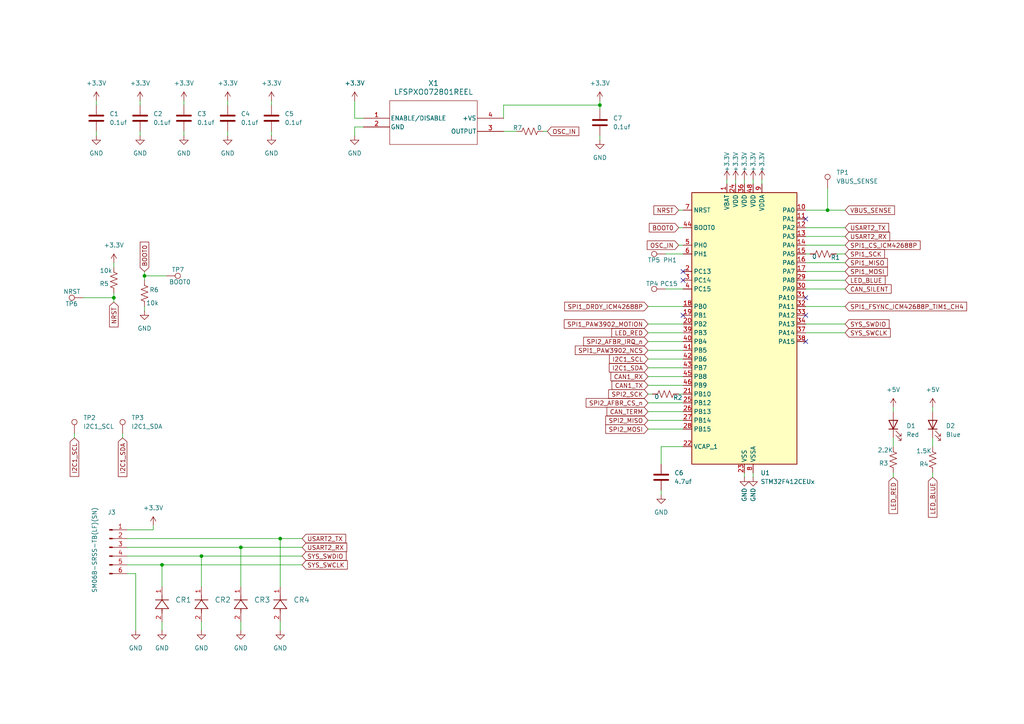
<source format=kicad_sch>
(kicad_sch (version 20250114) (generator "eeschema") (generator_version "9.0")
  (paper "A4")
  (lib_symbols
    (symbol "Connector:Conn_01x06_Pin" (pin_names (offset 1.016) (hide yes))
      (property "Reference" "J" (at 0 7.62 0))
      (property "Value" "Conn_01x06_Pin" (at 0 -10.16 0))
      (symbol "Conn_01x06_Pin_1_1"
        (rectangle (start 0.8636 5.207) (end 0 4.953) (stroke (width 0.1524)) (fill (type outline)))
        (rectangle (start 0.8636 2.667) (end 0 2.413) (stroke (width 0.1524)) (fill (type outline)))
        (rectangle (start 0.8636 0.127) (end 0 -0.127) (stroke (width 0.1524)) (fill (type outline)))
        (rectangle (start 0.8636 -2.413) (end 0 -2.667) (stroke (width 0.1524)) (fill (type outline)))
        (rectangle (start 0.8636 -4.953) (end 0 -5.207) (stroke (width 0.1524)) (fill (type outline)))
        (rectangle (start 0.8636 -7.493) (end 0 -7.747) (stroke (width 0.1524)) (fill (type outline)))
        (polyline (pts (xy 1.27 5.08) (xy 0.8636 5.08)) (stroke (width 0.1524)))
        (polyline (pts (xy 1.27 2.54) (xy 0.8636 2.54)) (stroke (width 0.1524)))
        (polyline (pts (xy 1.27 0) (xy 0.8636 0)) (stroke (width 0.1524)))
        (polyline (pts (xy 1.27 -2.54) (xy 0.8636 -2.54)) (stroke (width 0.1524)))
        (polyline (pts (xy 1.27 -5.08) (xy 0.8636 -5.08)) (stroke (width 0.1524)))
        (polyline (pts (xy 1.27 -7.62) (xy 0.8636 -7.62)) (stroke (width 0.1524)))
        (pin passive line (at 5.08 5.08 180) (length 3.81) (name "Pin_1") (number "1"))
        (pin passive line (at 5.08 2.54 180) (length 3.81) (name "Pin_2") (number "2"))
        (pin passive line (at 5.08 0 180) (length 3.81) (name "Pin_3") (number "3"))
        (pin passive line (at 5.08 -2.54 180) (length 3.81) (name "Pin_4") (number "4"))
        (pin passive line (at 5.08 -5.08 180) (length 3.81) (name "Pin_5") (number "5"))
        (pin passive line (at 5.08 -7.62 180) (length 3.81) (name "Pin_6") (number "6"))
      )
    )
    (symbol "Connector:TestPoint" (pin_numbers (hide yes)) (pin_names (offset 0.762) (hide yes))
      (property "Reference" "TP" (at 0 6.858 0))
      (property "Value" "TestPoint" (at 0 5.08 0))
      (symbol "TestPoint_0_1"
        (circle (center 0 3.302) (radius 0.762))
      )
      (symbol "TestPoint_1_1"
        (pin passive line (at 0 0 90) (length 2.54) (name "1") (number "1"))
      )
    )
    (symbol "Device:C" (pin_numbers (hide yes)) (pin_names (offset 0.254))
      (property "Reference" "C" (at 0.635 2.54 0))
      (property "Value" "C" (at 0.635 -2.54 0))
      (symbol "C_0_1"
        (polyline (pts (xy -2.032 0.762) (xy 2.032 0.762)) (stroke (width 0.508)))
        (polyline (pts (xy -2.032 -0.762) (xy 2.032 -0.762)) (stroke (width 0.508)))
      )
      (symbol "C_1_1"
        (pin passive line (at 0 3.81 270) (length 2.794) (name "~") (number "1"))
        (pin passive line (at 0 -3.81 90) (length 2.794) (name "~") (number "2"))
      )
    )
    (symbol "Device:LED" (pin_numbers (hide yes)) (pin_names (offset 1.016) (hide yes))
      (property "Reference" "D" (at 0 2.54 0))
      (property "Value" "LED" (at 0 -2.54 0))
      (symbol "LED_0_1"
        (polyline (pts (xy -3.048 -0.762) (xy -4.572 -2.286) (xy -3.81 -2.286) (xy -4.572 -2.286) (xy -4.572 -1.524)))
        (polyline (pts (xy -1.778 -0.762) (xy -3.302 -2.286) (xy -2.54 -2.286) (xy -3.302 -2.286) (xy -3.302 -1.524)))
        (polyline (pts (xy -1.27 0) (xy 1.27 0)))
        (polyline (pts (xy -1.27 -1.27) (xy -1.27 1.27)) (stroke (width 0.254)))
        (polyline (pts (xy 1.27 -1.27) (xy 1.27 1.27) (xy -1.27 0) (xy 1.27 -1.27)) (stroke (width 0.254)))
      )
      (symbol "LED_1_1"
        (pin passive line (at -3.81 0 0) (length 2.54) (name "K") (number "1"))
        (pin passive line (at 3.81 0 180) (length 2.54) (name "A") (number "2"))
      )
    )
    (symbol "Device:R_US" (pin_numbers (hide yes)) (pin_names (offset 0))
      (property "Reference" "R" (at 2.54 0 90))
      (property "Value" "R_US" (at -2.54 0 90))
      (symbol "R_US_0_1"
        (polyline (pts (xy 0 2.286) (xy 0 2.54)))
        (polyline (pts (xy 0 2.286) (xy 1.016 1.905) (xy 0 1.524) (xy -1.016 1.143) (xy 0 0.762)))
        (polyline (pts (xy 0 0.762) (xy 1.016 0.381) (xy 0 0) (xy -1.016 -0.381) (xy 0 -0.762)))
        (polyline (pts (xy 0 -0.762) (xy 1.016 -1.143) (xy 0 -1.524) (xy -1.016 -1.905) (xy 0 -2.286)))
        (polyline (pts (xy 0 -2.286) (xy 0 -2.54)))
      )
      (symbol "R_US_1_1"
        (pin passive line (at 0 3.81 270) (length 1.27) (name "~") (number "1"))
        (pin passive line (at 0 -3.81 90) (length 1.27) (name "~") (number "2"))
      )
    )
    (symbol "ESD9C3.3ST5G:ESD9C3.3ST5G" (pin_names (offset 0.254))
      (property "Reference" "CR" (at 5.08 4.445 0))
      (property "Value" "ESD9C3.3ST5G" (at 5.08 -3.81 0))
      (symbol "ESD9C3.3ST5G_1_1"
        (polyline (pts (xy 2.54 0) (xy 3.4798 0)) (stroke (width 0.2032)))
        (polyline (pts (xy 3.175 0) (xy 3.81 0)) (stroke (width 0.2032)))
        (polyline (pts (xy 3.81 1.905) (xy 3.81 -1.905)) (stroke (width 0.2032)))
        (polyline (pts (xy 3.81 -1.905) (xy 6.35 0)) (stroke (width 0.2032)))
        (polyline (pts (xy 6.35 0) (xy 3.81 1.905)) (stroke (width 0.2032)))
        (polyline (pts (xy 6.35 0) (xy 7.62 0)) (stroke (width 0.2032)))
        (polyline (pts (xy 6.35 -1.905) (xy 6.35 1.905)) (stroke (width 0.2032)))
        (pin unspecified line (at 0 0 0) (length 2.54) (name "") (number "2"))
        (pin unspecified line (at 10.16 0 180) (length 2.54) (name "") (number "1"))
      )
      (symbol "ESD9C3.3ST5G_1_2"
        (polyline (pts (xy -1.905 3.81) (xy 1.905 3.81)) (stroke (width 0.2032)))
        (polyline (pts (xy 0 6.35) (xy -1.905 3.81)) (stroke (width 0.2032)))
        (polyline (pts (xy 0 6.35) (xy 0 7.62)) (stroke (width 0.2032)))
        (polyline (pts (xy 0 3.175) (xy 0 3.81)) (stroke (width 0.2032)))
        (polyline (pts (xy 0 2.54) (xy 0 3.4798)) (stroke (width 0.2032)))
        (polyline (pts (xy 1.905 6.35) (xy -1.905 6.35)) (stroke (width 0.2032)))
        (polyline (pts (xy 1.905 3.81) (xy 0 6.35)) (stroke (width 0.2032)))
        (pin unspecified line (at 0 10.16 270) (length 2.54) (name "") (number "1"))
        (pin unspecified line (at 0 0 90) (length 2.54) (name "") (number "2"))
      )
    )
    (symbol "LFSPXO072801REEL:LFSPXO072801REEL" (pin_names (offset 0.254))
      (property "Reference" "X" (at 33.02 10.16 0))
      (property "Value" "LFSPXO072801REEL" (at 33.02 7.62 0))
      (symbol "LFSPXO072801REEL_0_1"
        (polyline (pts (xy 7.62 5.08) (xy 7.62 -7.62)) (stroke (width 0.127)))
        (polyline (pts (xy 7.62 -7.62) (xy 33.02 -7.62)) (stroke (width 0.127)))
        (polyline (pts (xy 33.02 5.08) (xy 7.62 5.08)) (stroke (width 0.127)))
        (polyline (pts (xy 33.02 -7.62) (xy 33.02 5.08)) (stroke (width 0.127)))
        (pin unspecified line (at 0 0 0) (length 7.62) (name "ENABLE/DISABLE") (number "1"))
        (pin power_out line (at 0 -2.54 0) (length 7.62) (name "GND") (number "2"))
        (pin power_in line (at 40.64 0 180) (length 7.62) (name "+VS") (number "4"))
        (pin output line (at 40.64 -3.81 180) (length 7.62) (name "OUTPUT") (number "3"))
      )
    )
    (symbol "MCU_ST_STM32F4:STM32F412CEUx"
      (property "Reference" "U" (at -15.24 41.91 0))
      (property "Value" "STM32F412CEUx" (at 7.62 41.91 0))
      (symbol "STM32F412CEUx_0_1"
        (rectangle (start -15.24 -38.1) (end 15.24 40.64) (stroke (width 0.254)) (fill (type background)))
      )
      (symbol "STM32F412CEUx_1_1"
        (pin input line (at -17.78 35.56 0) (length 2.54) (name "NRST") (number "7"))
        (pin input line (at -17.78 30.48 0) (length 2.54) (name "BOOT0") (number "44"))
        (pin bidirectional line (at -17.78 25.4 0) (length 2.54) (name "PH0") (number "5"))
        (pin bidirectional line (at -17.78 22.86 0) (length 2.54) (name "PH1") (number "6"))
        (pin bidirectional line (at -17.78 17.78 0) (length 2.54) (name "PC13") (number "2"))
        (pin bidirectional line (at -17.78 15.24 0) (length 2.54) (name "PC14") (number "3"))
        (pin bidirectional line (at -17.78 12.7 0) (length 2.54) (name "PC15") (number "4"))
        (pin bidirectional line (at -17.78 7.62 0) (length 2.54) (name "PB0") (number "18"))
        (pin bidirectional line (at -17.78 5.08 0) (length 2.54) (name "PB1") (number "19"))
        (pin bidirectional line (at -17.78 2.54 0) (length 2.54) (name "PB2") (number "20"))
        (pin bidirectional line (at -17.78 0 0) (length 2.54) (name "PB3") (number "39"))
        (pin bidirectional line (at -17.78 -2.54 0) (length 2.54) (name "PB4") (number "40"))
        (pin bidirectional line (at -17.78 -5.08 0) (length 2.54) (name "PB5") (number "41"))
        (pin bidirectional line (at -17.78 -7.62 0) (length 2.54) (name "PB6") (number "42"))
        (pin bidirectional line (at -17.78 -10.16 0) (length 2.54) (name "PB7") (number "43"))
        (pin bidirectional line (at -17.78 -12.7 0) (length 2.54) (name "PB8") (number "45"))
        (pin bidirectional line (at -17.78 -15.24 0) (length 2.54) (name "PB9") (number "46"))
        (pin bidirectional line (at -17.78 -17.78 0) (length 2.54) (name "PB10") (number "21"))
        (pin bidirectional line (at -17.78 -20.32 0) (length 2.54) (name "PB12") (number "25"))
        (pin bidirectional line (at -17.78 -22.86 0) (length 2.54) (name "PB13") (number "26"))
        (pin bidirectional line (at -17.78 -25.4 0) (length 2.54) (name "PB14") (number "27"))
        (pin bidirectional line (at -17.78 -27.94 0) (length 2.54) (name "PB15") (number "28"))
        (pin power_out line (at -17.78 -33.02 0) (length 2.54) (name "VCAP_1") (number "22"))
        (pin power_in line (at -5.08 43.18 270) (length 2.54) (name "VBAT") (number "1"))
        (pin power_in line (at -2.54 43.18 270) (length 2.54) (name "VDD") (number "24"))
        (pin power_in line (at 0 43.18 270) (length 2.54) (name "VDD") (number "36"))
        (pin power_in line (at 0 -40.64 90) (length 2.54) (name "VSS") (number "23"))
        (pin passive line (at 0 -40.64 90) (length 2.54) (hide yes) (name "VSS") (number "35"))
        (pin passive line (at 0 -40.64 90) (length 2.54) (hide yes) (name "VSS") (number "47"))
        (pin passive line (at 0 -40.64 90) (length 2.54) (hide yes) (name "VSS") (number "49"))
        (pin power_in line (at 2.54 43.18 270) (length 2.54) (name "VDD") (number "48"))
        (pin power_in line (at 2.54 -40.64 90) (length 2.54) (name "VSSA") (number "8"))
        (pin power_in line (at 5.08 43.18 270) (length 2.54) (name "VDDA") (number "9"))
        (pin bidirectional line (at 17.78 35.56 180) (length 2.54) (name "PA0") (number "10"))
        (pin bidirectional line (at 17.78 33.02 180) (length 2.54) (name "PA1") (number "11"))
        (pin bidirectional line (at 17.78 30.48 180) (length 2.54) (name "PA2") (number "12"))
        (pin bidirectional line (at 17.78 27.94 180) (length 2.54) (name "PA3") (number "13"))
        (pin bidirectional line (at 17.78 25.4 180) (length 2.54) (name "PA4") (number "14"))
        (pin bidirectional line (at 17.78 22.86 180) (length 2.54) (name "PA5") (number "15"))
        (pin bidirectional line (at 17.78 20.32 180) (length 2.54) (name "PA6") (number "16"))
        (pin bidirectional line (at 17.78 17.78 180) (length 2.54) (name "PA7") (number "17"))
        (pin bidirectional line (at 17.78 15.24 180) (length 2.54) (name "PA8") (number "29"))
        (pin bidirectional line (at 17.78 12.7 180) (length 2.54) (name "PA9") (number "30"))
        (pin bidirectional line (at 17.78 10.16 180) (length 2.54) (name "PA10") (number "31"))
        (pin bidirectional line (at 17.78 7.62 180) (length 2.54) (name "PA11") (number "32"))
        (pin bidirectional line (at 17.78 5.08 180) (length 2.54) (name "PA12") (number "33"))
        (pin bidirectional line (at 17.78 2.54 180) (length 2.54) (name "PA13") (number "34"))
        (pin bidirectional line (at 17.78 0 180) (length 2.54) (name "PA14") (number "37"))
        (pin bidirectional line (at 17.78 -2.54 180) (length 2.54) (name "PA15") (number "38"))
      )
    )
    (symbol "power:+3.3V" (power) (pin_numbers (hide yes)) (pin_names (offset 0) (hide yes))
      (property "Value" "+3.3V" (at 0 3.556 0))
      (symbol "+3.3V_0_1"
        (polyline (pts (xy -0.762 1.27) (xy 0 2.54)))
        (polyline (pts (xy 0 2.54) (xy 0.762 1.27)))
        (polyline (pts (xy 0 0) (xy 0 2.54)))
      )
      (symbol "+3.3V_1_1"
        (pin power_in line (at 0 0 90) (length 0) (name "~") (number "1"))
      )
    )
    (symbol "power:+5V" (power) (pin_numbers (hide yes)) (pin_names (offset 0) (hide yes))
      (property "Value" "+5V" (at 0 3.556 0))
      (symbol "+5V_0_1"
        (polyline (pts (xy -0.762 1.27) (xy 0 2.54)))
        (polyline (pts (xy 0 2.54) (xy 0.762 1.27)))
        (polyline (pts (xy 0 0) (xy 0 2.54)))
      )
      (symbol "+5V_1_1"
        (pin power_in line (at 0 0 90) (length 0) (name "~") (number "1"))
      )
    )
    (symbol "power:GND" (power) (pin_numbers (hide yes)) (pin_names (offset 0) (hide yes))
      (property "Value" "GND" (at 0 -3.81 0))
      (symbol "GND_0_1"
        (polyline (pts (xy 0 0) (xy 0 -1.27) (xy 1.27 -1.27) (xy 0 -2.54) (xy -1.27 -1.27) (xy 0 -1.27)))
      )
      (symbol "GND_1_1"
        (pin power_in line (at 0 0 270) (length 0) (name "~") (number "1"))
      )
    )
  )
  (junction (at 41.91 80.01))
  (junction (at 81.28 156.21))
  (junction (at 173.99 30.48))
  (junction (at 69.85 158.75))
  (junction (at 33.02 86.36))
  (junction (at 58.42 161.29))
  (junction (at 46.99 163.83))
  (junction (at 240.03 60.96))
  (no_connect (at 198.12 81.28))
  (no_connect (at 233.68 63.5))
  (no_connect (at 233.68 91.44))
  (no_connect (at 233.68 99.06))
  (no_connect (at 198.12 78.74))
  (no_connect (at 233.68 86.36))
  (no_connect (at 198.12 91.44))
  (wire (pts (xy 21.59 125.73) (xy 21.59 127)))
  (wire (pts (xy 44.45 152.4) (xy 44.45 153.67)))
  (wire (pts (xy 259.08 118.11) (xy 259.08 119.38)))
  (wire (pts (xy 39.37 182.88) (xy 39.37 166.37)))
  (wire (pts (xy 173.99 39.37) (xy 173.99 40.64)))
  (wire (pts (xy 218.44 52.07) (xy 218.44 53.34)))
  (wire (pts (xy 259.08 137.16) (xy 259.08 138.43)))
  (wire (pts (xy 191.77 142.24) (xy 191.77 143.51)))
  (wire (pts (xy 24.13 86.36) (xy 33.02 86.36)))
  (wire (pts (xy 46.99 163.83) (xy 36.83 163.83)))
  (wire (pts (xy 27.94 29.21) (xy 27.94 30.48)))
  (wire (pts (xy 187.96 124.46) (xy 198.12 124.46)))
  (wire (pts (xy 270.51 127) (xy 270.51 129.54)))
  (wire (pts (xy 187.96 88.9) (xy 198.12 88.9)))
  (wire (pts (xy 41.91 88.9) (xy 41.91 90.17)))
  (wire (pts (xy 233.68 81.28) (xy 245.11 81.28)))
  (wire (pts (xy 53.34 29.21) (xy 53.34 30.48)))
  (wire (pts (xy 215.9 52.07) (xy 215.9 53.34)))
  (wire (pts (xy 187.96 101.6) (xy 198.12 101.6)))
  (wire (pts (xy 46.99 170.18) (xy 46.99 163.83)))
  (wire (pts (xy 218.44 137.16) (xy 218.44 138.43)))
  (wire (pts (xy 220.98 52.07) (xy 220.98 53.34)))
  (wire (pts (xy 81.28 156.21) (xy 36.83 156.21)))
  (wire (pts (xy 210.82 52.07) (xy 210.82 53.34)))
  (wire (pts (xy 187.96 106.68) (xy 198.12 106.68)))
  (wire (pts (xy 270.51 137.16) (xy 270.51 138.43)))
  (wire (pts (xy 233.68 83.82) (xy 245.11 83.82)))
  (wire (pts (xy 81.28 170.18) (xy 81.28 156.21)))
  (wire (pts (xy 187.96 121.92) (xy 198.12 121.92)))
  (wire (pts (xy 173.99 30.48) (xy 173.99 31.75)))
  (wire (pts (xy 233.68 73.66) (xy 234.95 73.66)))
  (wire (pts (xy 41.91 80.01) (xy 41.91 81.28)))
  (wire (pts (xy 240.03 60.96) (xy 245.11 60.96)))
  (wire (pts (xy 259.08 127) (xy 259.08 129.54)))
  (wire (pts (xy 146.05 34.29) (xy 146.05 30.48)))
  (wire (pts (xy 193.04 83.82) (xy 198.12 83.82)))
  (wire (pts (xy 233.68 66.04) (xy 245.11 66.04)))
  (wire (pts (xy 27.94 38.1) (xy 27.94 39.37)))
  (wire (pts (xy 41.91 78.74) (xy 41.91 80.01)))
  (wire (pts (xy 233.68 78.74) (xy 245.11 78.74)))
  (wire (pts (xy 146.05 30.48) (xy 173.99 30.48)))
  (wire (pts (xy 102.87 36.83) (xy 105.41 36.83)))
  (wire (pts (xy 58.42 182.88) (xy 58.42 180.34)))
  (wire (pts (xy 66.04 38.1) (xy 66.04 39.37)))
  (wire (pts (xy 187.96 104.14) (xy 198.12 104.14)))
  (wire (pts (xy 187.96 96.52) (xy 198.12 96.52)))
  (wire (pts (xy 58.42 161.29) (xy 58.42 170.18)))
  (wire (pts (xy 233.68 93.98) (xy 245.11 93.98)))
  (wire (pts (xy 39.37 166.37) (xy 36.83 166.37)))
  (wire (pts (xy 187.96 93.98) (xy 198.12 93.98)))
  (wire (pts (xy 44.45 153.67) (xy 36.83 153.67)))
  (wire (pts (xy 81.28 156.21) (xy 87.63 156.21)))
  (wire (pts (xy 196.85 66.04) (xy 198.12 66.04)))
  (wire (pts (xy 215.9 137.16) (xy 215.9 138.43)))
  (wire (pts (xy 102.87 29.21) (xy 102.87 34.29)))
  (wire (pts (xy 69.85 182.88) (xy 69.85 180.34)))
  (wire (pts (xy 40.64 29.21) (xy 40.64 30.48)))
  (wire (pts (xy 187.96 119.38) (xy 198.12 119.38)))
  (wire (pts (xy 196.85 60.96) (xy 198.12 60.96)))
  (wire (pts (xy 187.96 116.84) (xy 198.12 116.84)))
  (wire (pts (xy 196.85 71.12) (xy 198.12 71.12)))
  (wire (pts (xy 187.96 109.22) (xy 198.12 109.22)))
  (wire (pts (xy 33.02 86.36) (xy 33.02 85.09)))
  (wire (pts (xy 157.48 38.1) (xy 158.75 38.1)))
  (wire (pts (xy 242.57 73.66) (xy 245.11 73.66)))
  (wire (pts (xy 187.96 99.06) (xy 198.12 99.06)))
  (wire (pts (xy 53.34 38.1) (xy 53.34 39.37)))
  (wire (pts (xy 33.02 77.47) (xy 33.02 76.2)))
  (wire (pts (xy 146.05 38.1) (xy 149.86 38.1)))
  (wire (pts (xy 213.36 52.07) (xy 213.36 53.34)))
  (wire (pts (xy 233.68 76.2) (xy 245.11 76.2)))
  (wire (pts (xy 81.28 182.88) (xy 81.28 180.34)))
  (wire (pts (xy 191.77 134.62) (xy 191.77 129.54)))
  (wire (pts (xy 40.64 38.1) (xy 40.64 39.37)))
  (wire (pts (xy 193.04 73.66) (xy 198.12 73.66)))
  (wire (pts (xy 233.68 60.96) (xy 240.03 60.96)))
  (wire (pts (xy 191.77 129.54) (xy 198.12 129.54)))
  (wire (pts (xy 173.99 29.21) (xy 173.99 30.48)))
  (wire (pts (xy 187.96 111.76) (xy 198.12 111.76)))
  (wire (pts (xy 36.83 161.29) (xy 58.42 161.29)))
  (wire (pts (xy 69.85 158.75) (xy 87.63 158.75)))
  (wire (pts (xy 69.85 158.75) (xy 36.83 158.75)))
  (wire (pts (xy 196.85 114.3) (xy 198.12 114.3)))
  (wire (pts (xy 41.91 80.01) (xy 48.26 80.01)))
  (wire (pts (xy 33.02 87.63) (xy 33.02 86.36)))
  (wire (pts (xy 233.68 71.12) (xy 245.11 71.12)))
  (wire (pts (xy 78.74 38.1) (xy 78.74 39.37)))
  (wire (pts (xy 270.51 118.11) (xy 270.51 119.38)))
  (wire (pts (xy 187.96 114.3) (xy 189.23 114.3)))
  (wire (pts (xy 102.87 39.37) (xy 102.87 36.83)))
  (wire (pts (xy 233.68 96.52) (xy 245.11 96.52)))
  (wire (pts (xy 240.03 54.61) (xy 240.03 60.96)))
  (wire (pts (xy 46.99 163.83) (xy 87.63 163.83)))
  (wire (pts (xy 35.56 125.73) (xy 35.56 127)))
  (wire (pts (xy 233.68 68.58) (xy 245.11 68.58)))
  (wire (pts (xy 102.87 34.29) (xy 105.41 34.29)))
  (wire (pts (xy 66.04 29.21) (xy 66.04 30.48)))
  (wire (pts (xy 78.74 29.21) (xy 78.74 30.48)))
  (wire (pts (xy 233.68 88.9) (xy 245.11 88.9)))
  (wire (pts (xy 46.99 182.88) (xy 46.99 180.34)))
  (wire (pts (xy 69.85 170.18) (xy 69.85 158.75)))
  (wire (pts (xy 58.42 161.29) (xy 87.63 161.29)))
  (global_label "NRST" (shape input) (at 196.85 60.96 180) (property "Intersheetrefs" "${INTERSHEET_REFS}" (effects (hide yes))))
  (global_label "USART2_RX" (shape input) (at 245.11 68.58 0) (property "Intersheetrefs" "${INTERSHEET_REFS}" (effects (hide yes))))
  (global_label "I2C1_SDA" (shape input) (at 187.96 106.68 180) (property "Intersheetrefs" "${INTERSHEET_REFS}" (effects (hide yes))))
  (global_label "SPI2_SCK" (shape input) (at 187.96 114.3 180) (property "Intersheetrefs" "${INTERSHEET_REFS}" (effects (hide yes))))
  (global_label "SPI1_MISO" (shape input) (at 245.11 76.2 0) (property "Intersheetrefs" "${INTERSHEET_REFS}" (effects (hide yes))))
  (global_label "SPI1_DRDY_ICM42688P" (shape input) (at 187.96 88.9 180) (property "Intersheetrefs" "${INTERSHEET_REFS}" (effects (hide yes))))
  (global_label "SPI1_SCK" (shape input) (at 245.11 73.66 0) (property "Intersheetrefs" "${INTERSHEET_REFS}" (effects (hide yes))))
  (global_label "NRST" (shape input) (at 33.02 87.63 270) (property "Intersheetrefs" "${INTERSHEET_REFS}" (effects (hide yes))))
  (global_label "SYS_SWDIO" (shape input) (at 87.63 161.29 0) (property "Intersheetrefs" "${INTERSHEET_REFS}" (effects (hide yes))))
  (global_label "SPI1_FSYNC_ICM42688P_TIM1_CH4" (shape input) (at 245.11 88.9 0) (property "Intersheetrefs" "${INTERSHEET_REFS}" (effects (hide yes))))
  (global_label "BOOT0" (shape input) (at 41.91 78.74 90) (property "Intersheetrefs" "${INTERSHEET_REFS}" (effects (hide yes))))
  (global_label "SPI2_MOSI" (shape input) (at 187.96 124.46 180) (property "Intersheetrefs" "${INTERSHEET_REFS}" (effects (hide yes))))
  (global_label "USART2_TX" (shape input) (at 245.11 66.04 0) (property "Intersheetrefs" "${INTERSHEET_REFS}" (effects (hide yes))))
  (global_label "SYS_SWCLK" (shape input) (at 245.11 96.52 0) (property "Intersheetrefs" "${INTERSHEET_REFS}" (effects (hide yes))))
  (global_label "USART2_TX" (shape input) (at 87.63 156.21 0) (property "Intersheetrefs" "${INTERSHEET_REFS}" (effects (hide yes))))
  (global_label "LED_RED" (shape input) (at 187.96 96.52 180) (property "Intersheetrefs" "${INTERSHEET_REFS}" (effects (hide yes))))
  (global_label "SPI2_MISO" (shape input) (at 187.96 121.92 180) (property "Intersheetrefs" "${INTERSHEET_REFS}" (effects (hide yes))))
  (global_label "CAN_SILENT" (shape input) (at 245.11 83.82 0) (property "Intersheetrefs" "${INTERSHEET_REFS}" (effects (hide yes))))
  (global_label "OSC_IN" (shape input) (at 158.75 38.1 0) (property "Intersheetrefs" "${INTERSHEET_REFS}" (effects (hide yes))))
  (global_label "BOOT0" (shape input) (at 196.85 66.04 180) (property "Intersheetrefs" "${INTERSHEET_REFS}" (effects (hide yes))))
  (global_label "LED_BLUE" (shape input) (at 245.11 81.28 0) (property "Intersheetrefs" "${INTERSHEET_REFS}" (effects (hide yes))))
  (global_label "I2C1_SDA" (shape input) (at 35.56 127 270) (property "Intersheetrefs" "${INTERSHEET_REFS}" (effects (hide yes))))
  (global_label "SYS_SWDIO" (shape input) (at 245.11 93.98 0) (property "Intersheetrefs" "${INTERSHEET_REFS}" (effects (hide yes))))
  (global_label "SYS_SWCLK" (shape input) (at 87.63 163.83 0) (property "Intersheetrefs" "${INTERSHEET_REFS}" (effects (hide yes))))
  (global_label "SPI2_AFBR_IRQ_n" (shape input) (at 187.96 99.06 180) (property "Intersheetrefs" "${INTERSHEET_REFS}" (effects (hide yes))))
  (global_label "SPI2_AFBR_CS_n" (shape input) (at 187.96 116.84 180) (property "Intersheetrefs" "${INTERSHEET_REFS}" (effects (hide yes))))
  (global_label "SPI1_MOSI" (shape input) (at 245.11 78.74 0) (property "Intersheetrefs" "${INTERSHEET_REFS}" (effects (hide yes))))
  (global_label "VBUS_SENSE" (shape input) (at 245.11 60.96 0) (property "Intersheetrefs" "${INTERSHEET_REFS}" (effects (hide yes))))
  (global_label "SPI1_PAW3902_MOTION" (shape input) (at 187.96 93.98 180) (property "Intersheetrefs" "${INTERSHEET_REFS}" (effects (hide yes))))
  (global_label "CAN1_TX" (shape input) (at 187.96 111.76 180) (property "Intersheetrefs" "${INTERSHEET_REFS}" (effects (hide yes))))
  (global_label "I2C1_SCL" (shape input) (at 21.59 127 270) (property "Intersheetrefs" "${INTERSHEET_REFS}" (effects (hide yes))))
  (global_label "I2C1_SCL" (shape input) (at 187.96 104.14 180) (property "Intersheetrefs" "${INTERSHEET_REFS}" (effects (hide yes))))
  (global_label "OSC_IN" (shape input) (at 196.85 71.12 180) (property "Intersheetrefs" "${INTERSHEET_REFS}" (effects (hide yes))))
  (global_label "SPI1_CS_ICM42688P" (shape input) (at 245.11 71.12 0) (property "Intersheetrefs" "${INTERSHEET_REFS}" (effects (hide yes))))
  (global_label "LED_BLUE" (shape input) (at 270.51 138.43 270) (property "Intersheetrefs" "${INTERSHEET_REFS}" (effects (hide yes))))
  (global_label "SPI1_PAW3902_NCS" (shape input) (at 187.96 101.6 180) (property "Intersheetrefs" "${INTERSHEET_REFS}" (effects (hide yes))))
  (global_label "CAN1_RX" (shape input) (at 187.96 109.22 180) (property "Intersheetrefs" "${INTERSHEET_REFS}" (effects (hide yes))))
  (global_label "LED_RED" (shape input) (at 259.08 138.43 270) (property "Intersheetrefs" "${INTERSHEET_REFS}" (effects (hide yes))))
  (global_label "USART2_RX" (shape input) (at 87.63 158.75 0) (property "Intersheetrefs" "${INTERSHEET_REFS}" (effects (hide yes))))
  (global_label "CAN_TERM" (shape input) (at 187.96 119.38 180) (property "Intersheetrefs" "${INTERSHEET_REFS}" (effects (hide yes))))
  (symbol (lib_id "power:GND") (at 58.42 182.88 0) (unit 1)
    (property "Reference" "#PWR081" (effects (hide yes)))
    (property "Value" "GND" (at 58.42 187.96 0))
    (property "Description" "Power symbol creates a global label with name \"GND\" , ground" (effects (hide yes)))
  )
  (symbol (lib_id "power:+3.3V") (at 33.02 76.2 0) (unit 1)
    (property "Reference" "#PWR023" (effects (hide yes)))
    (property "Value" "+3.3V" (at 33.02 71.12 0))
    (property "Description" "Power symbol creates a global label with name \"+3.3V\"" (effects (hide yes)))
  )
  (symbol (lib_id "ESD9C3.3ST5G:ESD9C3.3ST5G") (at 69.85 180.34 90) (unit 1)
    (property "Reference" "CR3" (at 73.66 173.9899 90) (effects (font (size 1.524 1.524)) (justify right)))
    (property "Value" "ESD9C3.3ST5G" (effects (hide yes)))
    (property "Footprint" "ESD9C3.3ST5G:CR_ESD9C3.3ST5G_ONS" (effects (hide yes)))
    (property "Datasheet" "ESD9C3.3ST5G" (effects (hide yes)))
  )
  (symbol (lib_id "Connector:TestPoint") (at 240.03 54.61 0) (unit 1)
    (property "Reference" "TP1" (at 242.57 50.0379 0) (effects (justify left)))
    (property "Value" "VBUS_SENSE" (at 242.57 52.5779 0) (effects (justify left)))
    (property "Footprint" "TestPoint:TestPoint_Pad_D1.0mm" (effects (hide yes)))
    (property "Description" "test point" (effects (hide yes)))
  )
  (symbol (lib_id "Device:C") (at 78.74 34.29 0) (unit 1)
    (property "Reference" "C5" (at 82.55 33.0199 0) (effects (justify left)))
    (property "Value" "0.1uf" (at 82.55 35.5599 0) (effects (justify left)))
    (property "Footprint" "Capacitor_SMD:C_0402_1005Metric_Pad0.74x0.62mm_HandSolder" (effects (hide yes)))
    (property "Description" "Unpolarized capacitor" (effects (hide yes)))
  )
  (symbol (lib_id "Device:R_US") (at 193.04 114.3 90) (unit 1)
    (property "Reference" "R2" (at 196.596 115.316 90))
    (property "Value" "0" (at 190.5 115.062 90))
    (property "Footprint" "Resistor_SMD:R_0402_1005Metric_Pad0.72x0.64mm_HandSolder" (effects (hide yes)))
    (property "Description" "Resistor, US symbol" (effects (hide yes)))
  )
  (symbol (lib_id "power:GND") (at 53.34 39.37 0) (unit 1)
    (property "Reference" "#PWR06" (effects (hide yes)))
    (property "Value" "GND" (at 53.34 44.45 0))
    (property "Description" "Power symbol creates a global label with name \"GND\" , ground" (effects (hide yes)))
  )
  (symbol (lib_id "power:+3.3V") (at 40.64 29.21 0) (unit 1)
    (property "Reference" "#PWR03" (effects (hide yes)))
    (property "Value" "+3.3V" (at 40.64 24.13 0))
    (property "Description" "Power symbol creates a global label with name \"+3.3V\"" (effects (hide yes)))
  )
  (symbol (lib_id "power:+5V") (at 270.51 118.11 0) (unit 1)
    (property "Reference" "#PWR020" (effects (hide yes)))
    (property "Value" "+5V" (at 270.51 113.03 0))
    (property "Description" "Power symbol creates a global label with name \"+5V\"" (effects (hide yes)))
  )
  (symbol (lib_id "Device:C") (at 191.77 138.43 0) (unit 1)
    (property "Reference" "C6" (at 195.58 137.1599 0) (effects (justify left)))
    (property "Value" "4.7uf" (at 195.58 139.6999 0) (effects (justify left)))
    (property "Footprint" "Capacitor_SMD:C_0402_1005Metric_Pad0.74x0.62mm_HandSolder" (effects (hide yes)))
    (property "Description" "Unpolarized capacitor" (effects (hide yes)))
  )
  (symbol (lib_id "ESD9C3.3ST5G:ESD9C3.3ST5G") (at 58.42 180.34 90) (unit 1)
    (property "Reference" "CR2" (at 62.23 173.9899 90) (effects (font (size 1.524 1.524)) (justify right)))
    (property "Value" "ESD9C3.3ST5G" (effects (hide yes)))
    (property "Footprint" "ESD9C3.3ST5G:CR_ESD9C3.3ST5G_ONS" (effects (hide yes)))
    (property "Datasheet" "ESD9C3.3ST5G" (effects (hide yes)))
  )
  (symbol (lib_id "power:GND") (at 102.87 39.37 0) (unit 1)
    (property "Reference" "#PWR026" (effects (hide yes)))
    (property "Value" "GND" (at 102.87 44.45 0))
    (property "Description" "Power symbol creates a global label with name \"GND\" , ground" (effects (hide yes)))
  )
  (symbol (lib_id "Device:C") (at 27.94 34.29 0) (unit 1)
    (property "Reference" "C1" (at 31.75 33.0199 0) (effects (justify left)))
    (property "Value" "0.1uf" (at 31.75 35.5599 0) (effects (justify left)))
    (property "Footprint" "Capacitor_SMD:C_0402_1005Metric_Pad0.74x0.62mm_HandSolder" (effects (hide yes)))
    (property "Description" "Unpolarized capacitor" (effects (hide yes)))
  )
  (symbol (lib_id "power:+3.3V") (at 102.87 29.21 0) (unit 1)
    (property "Reference" "#PWR025" (effects (hide yes)))
    (property "Value" "+3.3V" (at 102.87 24.13 0))
    (property "Description" "Power symbol creates a global label with name \"+3.3V\"" (effects (hide yes)))
  )
  (symbol (lib_id "Device:R_US") (at 33.02 81.28 180) (unit 1)
    (property "Reference" "R5" (at 30.226 82.296 0))
    (property "Value" "10k" (at 30.734 78.486 0))
    (property "Footprint" "Resistor_SMD:R_0402_1005Metric_Pad0.72x0.64mm_HandSolder" (effects (hide yes)))
    (property "Description" "Resistor, US symbol" (effects (hide yes)))
  )
  (symbol (lib_id "power:+3.3V") (at 27.94 29.21 0) (unit 1)
    (property "Reference" "#PWR01" (effects (hide yes)))
    (property "Value" "+3.3V" (at 27.94 24.13 0))
    (property "Description" "Power symbol creates a global label with name \"+3.3V\"" (effects (hide yes)))
  )
  (symbol (lib_id "power:GND") (at 27.94 39.37 0) (unit 1)
    (property "Reference" "#PWR02" (effects (hide yes)))
    (property "Value" "GND" (at 27.94 44.45 0))
    (property "Description" "Power symbol creates a global label with name \"GND\" , ground" (effects (hide yes)))
  )
  (symbol (lib_id "power:+3.3V") (at 213.36 52.07 0) (unit 1)
    (property "Reference" "#PWR012" (effects (hide yes)))
    (property "Value" "+3.3V" (at 213.36 46.99 90))
    (property "Description" "Power symbol creates a global label with name \"+3.3V\"" (effects (hide yes)))
  )
  (symbol (lib_id "power:+3.3V") (at 66.04 29.21 0) (unit 1)
    (property "Reference" "#PWR07" (effects (hide yes)))
    (property "Value" "+3.3V" (at 66.04 24.13 0))
    (property "Description" "Power symbol creates a global label with name \"+3.3V\"" (effects (hide yes)))
  )
  (symbol (lib_id "power:GND") (at 78.74 39.37 0) (unit 1)
    (property "Reference" "#PWR010" (effects (hide yes)))
    (property "Value" "GND" (at 78.74 44.45 0))
    (property "Description" "Power symbol creates a global label with name \"GND\" , ground" (effects (hide yes)))
  )
  (symbol (lib_id "Connector:TestPoint") (at 21.59 125.73 0) (unit 1)
    (property "Reference" "TP2" (at 24.13 121.1579 0) (effects (justify left)))
    (property "Value" "I2C1_SCL" (at 24.13 123.6979 0) (effects (justify left)))
    (property "Footprint" "TestPoint:TestPoint_Pad_D1.0mm" (effects (hide yes)))
    (property "Description" "test point" (effects (hide yes)))
  )
  (symbol (lib_id "Device:C") (at 173.99 35.56 0) (unit 1)
    (property "Reference" "C7" (at 177.8 34.2899 0) (effects (justify left)))
    (property "Value" "0.1uf" (at 177.8 36.8299 0) (effects (justify left)))
    (property "Footprint" "Capacitor_SMD:C_0402_1005Metric_Pad0.74x0.62mm_HandSolder" (effects (hide yes)))
    (property "Description" "Unpolarized capacitor" (effects (hide yes)))
  )
  (symbol (lib_id "power:+3.3V") (at 218.44 52.07 0) (unit 1)
    (property "Reference" "#PWR014" (effects (hide yes)))
    (property "Value" "+3.3V" (at 218.44 46.99 90))
    (property "Description" "Power symbol creates a global label with name \"+3.3V\"" (effects (hide yes)))
  )
  (symbol (lib_id "Device:C") (at 40.64 34.29 0) (unit 1)
    (property "Reference" "C2" (at 44.45 33.0199 0) (effects (justify left)))
    (property "Value" "0.1uf" (at 44.45 35.5599 0) (effects (justify left)))
    (property "Footprint" "Capacitor_SMD:C_0402_1005Metric_Pad0.74x0.62mm_HandSolder" (effects (hide yes)))
    (property "Description" "Unpolarized capacitor" (effects (hide yes)))
  )
  (symbol (lib_id "power:GND") (at 191.77 143.51 0) (unit 1)
    (property "Reference" "#PWR016" (effects (hide yes)))
    (property "Value" "GND" (at 191.77 148.59 0))
    (property "Description" "Power symbol creates a global label with name \"GND\" , ground" (effects (hide yes)))
  )
  (symbol (lib_id "power:+3.3V") (at 220.98 52.07 0) (unit 1)
    (property "Reference" "#PWR015" (effects (hide yes)))
    (property "Value" "+3.3V" (at 220.98 46.99 90))
    (property "Description" "Power symbol creates a global label with name \"+3.3V\"" (effects (hide yes)))
  )
  (symbol (lib_id "power:GND") (at 46.99 182.88 0) (unit 1)
    (property "Reference" "#PWR080" (effects (hide yes)))
    (property "Value" "GND" (at 46.99 187.96 0))
    (property "Description" "Power symbol creates a global label with name \"GND\" , ground" (effects (hide yes)))
  )
  (symbol (lib_id "Device:R_US") (at 41.91 85.09 0) (unit 1)
    (property "Reference" "R6" (at 44.704 84.074 0))
    (property "Value" "10k" (at 44.196 87.884 0))
    (property "Footprint" "Resistor_SMD:R_0402_1005Metric_Pad0.72x0.64mm_HandSolder" (effects (hide yes)))
    (property "Description" "Resistor, US symbol" (effects (hide yes)))
  )
  (symbol (lib_id "power:GND") (at 81.28 182.88 0) (unit 1)
    (property "Reference" "#PWR083" (effects (hide yes)))
    (property "Value" "GND" (at 81.28 187.96 0))
    (property "Description" "Power symbol creates a global label with name \"GND\" , ground" (effects (hide yes)))
  )
  (symbol (lib_id "power:GND") (at 218.44 138.43 0) (unit 1)
    (property "Reference" "#PWR018" (effects (hide yes)))
    (property "Value" "GND" (at 218.44 143.51 90))
    (property "Description" "Power symbol creates a global label with name \"GND\" , ground" (effects (hide yes)))
  )
  (symbol (lib_id "Connector:TestPoint") (at 193.04 73.66 90) (unit 1)
    (property "Reference" "TP5" (at 191.516 75.438 90) (effects (justify left)))
    (property "Value" "PH1" (at 196.342 75.438 90) (effects (justify left)))
    (property "Footprint" "TestPoint:TestPoint_Pad_D1.0mm" (effects (hide yes)))
    (property "Description" "test point" (effects (hide yes)))
  )
  (symbol (lib_id "Connector:TestPoint") (at 48.26 80.01 270) (unit 1)
    (property "Reference" "TP7" (at 49.784 78.232 90) (effects (justify left)))
    (property "Value" "BOOT0" (at 49.022 81.788 90) (effects (justify left)))
    (property "Footprint" "TestPoint:TestPoint_Pad_D1.0mm" (effects (hide yes)))
    (property "Description" "test point" (effects (hide yes)))
  )
  (symbol (lib_id "Connector:Conn_01x06_Pin") (at 31.75 158.75 0) (unit 1)
    (property "Reference" "J3" (at 32.385 148.59 0))
    (property "Value" "SM06B-SRSS-TB(LF)(SN)" (at 27.432 159.512 90))
    (property "Footprint" "Connector_JST:JST_SH_SM06B-SRSS-TB_1x06-1MP_P1.00mm_Horizontal" (effects (hide yes)))
    (property "Description" "Generic connector, single row, 01x06, script generated" (effects (hide yes)))
  )
  (symbol (lib_id "power:GND") (at 39.37 182.88 0) (unit 1)
    (property "Reference" "#PWR079" (effects (hide yes)))
    (property "Value" "GND" (at 39.37 187.96 0))
    (property "Description" "Power symbol creates a global label with name \"GND\" , ground" (effects (hide yes)))
  )
  (symbol (lib_id "Connector:TestPoint") (at 35.56 125.73 0) (unit 1)
    (property "Reference" "TP3" (at 38.1 121.1579 0) (effects (justify left)))
    (property "Value" "I2C1_SDA" (at 38.1 123.6979 0) (effects (justify left)))
    (property "Footprint" "TestPoint:TestPoint_Pad_D1.0mm" (effects (hide yes)))
    (property "Description" "test point" (effects (hide yes)))
  )
  (symbol (lib_id "ESD9C3.3ST5G:ESD9C3.3ST5G") (at 81.28 180.34 90) (unit 1)
    (property "Reference" "CR4" (at 85.09 173.9899 90) (effects (font (size 1.524 1.524)) (justify right)))
    (property "Value" "ESD9C3.3ST5G" (effects (hide yes)))
    (property "Footprint" "ESD9C3.3ST5G:CR_ESD9C3.3ST5G_ONS" (effects (hide yes)))
    (property "Datasheet" "ESD9C3.3ST5G" (effects (hide yes)))
  )
  (symbol (lib_id "MCU_ST_STM32F4:STM32F412CEUx") (at 215.9 96.52 0) (unit 1)
    (property "Reference" "U1" (at 220.5833 137.16 0) (effects (justify left)))
    (property "Value" "STM32F412CEUx" (at 220.5833 139.7 0) (effects (justify left)))
    (property "Footprint" "Package_DFN_QFN:QFN-48-1EP_7x7mm_P0.5mm_EP3.5x3.5mm_ThermalVias" (effects (hide yes)))
    (property "Datasheet" "https://www.st.com/resource/en/datasheet/stm32f412ce.pdf" (effects (hide yes)))
    (property "Description" "STMicroelectronics Arm Cortex-M4 MCU, 512KB flash, 256KB RAM, 100 MHz, 1.7-3.6V, 36 GPIO, UFQFPN48" (effects (hide yes)))
  )
  (symbol (lib_id "power:+3.3V") (at 78.74 29.21 0) (unit 1)
    (property "Reference" "#PWR09" (effects (hide yes)))
    (property "Value" "+3.3V" (at 78.74 24.13 0))
    (property "Description" "Power symbol creates a global label with name \"+3.3V\"" (effects (hide yes)))
  )
  (symbol (lib_id "power:GND") (at 215.9 138.43 0) (unit 1)
    (property "Reference" "#PWR017" (effects (hide yes)))
    (property "Value" "GND" (at 215.9 143.51 90))
    (property "Description" "Power symbol creates a global label with name \"GND\" , ground" (effects (hide yes)))
  )
  (symbol (lib_id "Device:LED") (at 259.08 123.19 90) (unit 1)
    (property "Reference" "D1" (at 262.89 123.5074 90) (effects (justify right)))
    (property "Value" "Red" (at 262.89 126.0474 90) (effects (justify right)))
    (property "Footprint" "LED_SMD:LED_0402_1005Metric_Pad0.77x0.64mm_HandSolder" (effects (hide yes)))
    (property "Description" "Light emitting diode" (effects (hide yes)))
    (property "Sim.Pins" "1=K 2=A" (effects (hide yes)))
  )
  (symbol (lib_id "power:+3.3V") (at 215.9 52.07 0) (unit 1)
    (property "Reference" "#PWR013" (effects (hide yes)))
    (property "Value" "+3.3V" (at 215.9 46.99 90))
    (property "Description" "Power symbol creates a global label with name \"+3.3V\"" (effects (hide yes)))
  )
  (symbol (lib_id "power:+3.3V") (at 173.99 29.21 0) (unit 1)
    (property "Reference" "#PWR021" (effects (hide yes)))
    (property "Value" "+3.3V" (at 173.99 24.13 0))
    (property "Description" "Power symbol creates a global label with name \"+3.3V\"" (effects (hide yes)))
  )
  (symbol (lib_id "power:GND") (at 66.04 39.37 0) (unit 1)
    (property "Reference" "#PWR08" (effects (hide yes)))
    (property "Value" "GND" (at 66.04 44.45 0))
    (property "Description" "Power symbol creates a global label with name \"GND\" , ground" (effects (hide yes)))
  )
  (symbol (lib_id "Connector:TestPoint") (at 193.04 83.82 90) (unit 1)
    (property "Reference" "TP4" (at 191.008 82.296 90) (effects (justify left)))
    (property "Value" "PC15" (at 196.596 82.296 90) (effects (justify left)))
    (property "Footprint" "TestPoint:TestPoint_Pad_D1.0mm" (effects (hide yes)))
    (property "Description" "test point" (effects (hide yes)))
  )
  (symbol (lib_id "Device:R_US") (at 270.51 133.35 180) (unit 1)
    (property "Reference" "R4" (at 267.97 134.62 0))
    (property "Value" "1.5K" (at 267.97 130.81 0))
    (property "Footprint" "Resistor_SMD:R_0402_1005Metric_Pad0.72x0.64mm_HandSolder" (effects (hide yes)))
    (property "Description" "Resistor, US symbol" (effects (hide yes)))
  )
  (symbol (lib_id "power:GND") (at 173.99 40.64 0) (unit 1)
    (property "Reference" "#PWR024" (effects (hide yes)))
    (property "Value" "GND" (at 173.99 45.72 0))
    (property "Description" "Power symbol creates a global label with name \"GND\" , ground" (effects (hide yes)))
  )
  (symbol (lib_id "power:GND") (at 41.91 90.17 0) (unit 1)
    (property "Reference" "#PWR022" (effects (hide yes)))
    (property "Value" "GND" (at 41.91 95.25 0))
    (property "Description" "Power symbol creates a global label with name \"GND\" , ground" (effects (hide yes)))
  )
  (symbol (lib_id "power:+3.3V") (at 53.34 29.21 0) (unit 1)
    (property "Reference" "#PWR05" (effects (hide yes)))
    (property "Value" "+3.3V" (at 53.34 24.13 0))
    (property "Description" "Power symbol creates a global label with name \"+3.3V\"" (effects (hide yes)))
  )
  (symbol (lib_id "power:+3.3V") (at 44.45 152.4 0) (unit 1)
    (property "Reference" "#PWR078" (effects (hide yes)))
    (property "Value" "+3.3V" (at 44.45 147.32 0))
    (property "Description" "Power symbol creates a global label with name \"+3.3V\"" (effects (hide yes)))
  )
  (symbol (lib_id "Device:LED") (at 270.51 123.19 90) (unit 1)
    (property "Reference" "D2" (at 274.32 123.5074 90) (effects (justify right)))
    (property "Value" "Blue" (at 274.32 126.0474 90) (effects (justify right)))
    (property "Footprint" "LED_SMD:LED_0402_1005Metric_Pad0.77x0.64mm_HandSolder" (effects (hide yes)))
    (property "Description" "Light emitting diode" (effects (hide yes)))
    (property "Sim.Pins" "1=K 2=A" (effects (hide yes)))
  )
  (symbol (lib_id "LFSPXO072801REEL:LFSPXO072801REEL") (at 105.41 34.29 0) (unit 1)
    (property "Reference" "X1" (at 125.73 24.13 0) (effects (font (size 1.524 1.524))))
    (property "Value" "LFSPXO072801REEL" (at 125.73 26.67 0) (effects (font (size 1.524 1.524))))
    (property "Footprint" "LFSPXO072801REEL:LFSPXO072801REEL_IQD" (effects (hide yes)))
    (property "Datasheet" "LFSPXO072801REEL" (effects (hide yes)))
  )
  (symbol (lib_id "ESD9C3.3ST5G:ESD9C3.3ST5G") (at 46.99 180.34 90) (unit 1)
    (property "Reference" "CR1" (at 50.8 173.9899 90) (effects (font (size 1.524 1.524)) (justify right)))
    (property "Value" "ESD9C3.3ST5G" (effects (hide yes)))
    (property "Footprint" "ESD9C3.3ST5G:CR_ESD9C3.3ST5G_ONS" (effects (hide yes)))
    (property "Datasheet" "ESD9C3.3ST5G" (effects (hide yes)))
  )
  (symbol (lib_id "Connector:TestPoint") (at 24.13 86.36 90) (unit 1)
    (property "Reference" "TP6" (at 22.606 88.138 90) (effects (justify left)))
    (property "Value" "NRST" (at 23.368 84.582 90) (effects (justify left)))
    (property "Footprint" "TestPoint:TestPoint_Pad_D1.0mm" (effects (hide yes)))
    (property "Description" "test point" (effects (hide yes)))
  )
  (symbol (lib_id "power:GND") (at 40.64 39.37 0) (unit 1)
    (property "Reference" "#PWR04" (effects (hide yes)))
    (property "Value" "GND" (at 40.64 44.45 0))
    (property "Description" "Power symbol creates a global label with name \"GND\" , ground" (effects (hide yes)))
  )
  (symbol (lib_id "Device:R_US") (at 259.08 133.35 180) (unit 1)
    (property "Reference" "R3" (at 256.286 134.366 0))
    (property "Value" "2.2K" (at 256.794 130.556 0))
    (property "Footprint" "Resistor_SMD:R_0402_1005Metric_Pad0.72x0.64mm_HandSolder" (effects (hide yes)))
    (property "Description" "Resistor, US symbol" (effects (hide yes)))
  )
  (symbol (lib_id "power:+5V") (at 259.08 118.11 0) (unit 1)
    (property "Reference" "#PWR019" (effects (hide yes)))
    (property "Value" "+5V" (at 259.08 113.03 0))
    (property "Description" "Power symbol creates a global label with name \"+5V\"" (effects (hide yes)))
  )
  (symbol (lib_id "power:GND") (at 69.85 182.88 0) (unit 1)
    (property "Reference" "#PWR082" (effects (hide yes)))
    (property "Value" "GND" (at 69.85 187.96 0))
    (property "Description" "Power symbol creates a global label with name \"GND\" , ground" (effects (hide yes)))
  )
  (symbol (lib_id "Device:C") (at 53.34 34.29 0) (unit 1)
    (property "Reference" "C3" (at 57.15 33.0199 0) (effects (justify left)))
    (property "Value" "0.1uf" (at 57.15 35.5599 0) (effects (justify left)))
    (property "Footprint" "Capacitor_SMD:C_0402_1005Metric_Pad0.74x0.62mm_HandSolder" (effects (hide yes)))
    (property "Description" "Unpolarized capacitor" (effects (hide yes)))
  )
  (symbol (lib_id "Device:R_US") (at 153.67 38.1 90) (unit 1)
    (property "Reference" "R7" (at 150.114 37.084 90))
    (property "Value" "0" (at 156.464 37.084 90))
    (property "Footprint" "Resistor_SMD:R_0402_1005Metric_Pad0.72x0.64mm_HandSolder" (effects (hide yes)))
    (property "Description" "Resistor, US symbol" (effects (hide yes)))
  )
  (symbol (lib_id "power:+3.3V") (at 210.82 52.07 0) (unit 1)
    (property "Reference" "#PWR011" (effects (hide yes)))
    (property "Value" "+3.3V" (at 210.82 46.99 90))
    (property "Description" "Power symbol creates a global label with name \"+3.3V\"" (effects (hide yes)))
  )
  (symbol (lib_id "Device:C") (at 66.04 34.29 0) (unit 1)
    (property "Reference" "C4" (at 69.85 33.0199 0) (effects (justify left)))
    (property "Value" "0.1uf" (at 69.85 35.5599 0) (effects (justify left)))
    (property "Footprint" "Capacitor_SMD:C_0402_1005Metric_Pad0.74x0.62mm_HandSolder" (effects (hide yes)))
    (property "Description" "Unpolarized capacitor" (effects (hide yes)))
  )
  (symbol (lib_id "Device:R_US") (at 238.76 73.66 90) (unit 1)
    (property "Reference" "R1" (at 242.316 74.676 90))
    (property "Value" "0" (at 236.22 74.422 90))
    (property "Footprint" "Resistor_SMD:R_0402_1005Metric_Pad0.72x0.64mm_HandSolder" (effects (hide yes)))
    (property "Description" "Resistor, US symbol" (effects (hide yes)))
  )
)
</source>
